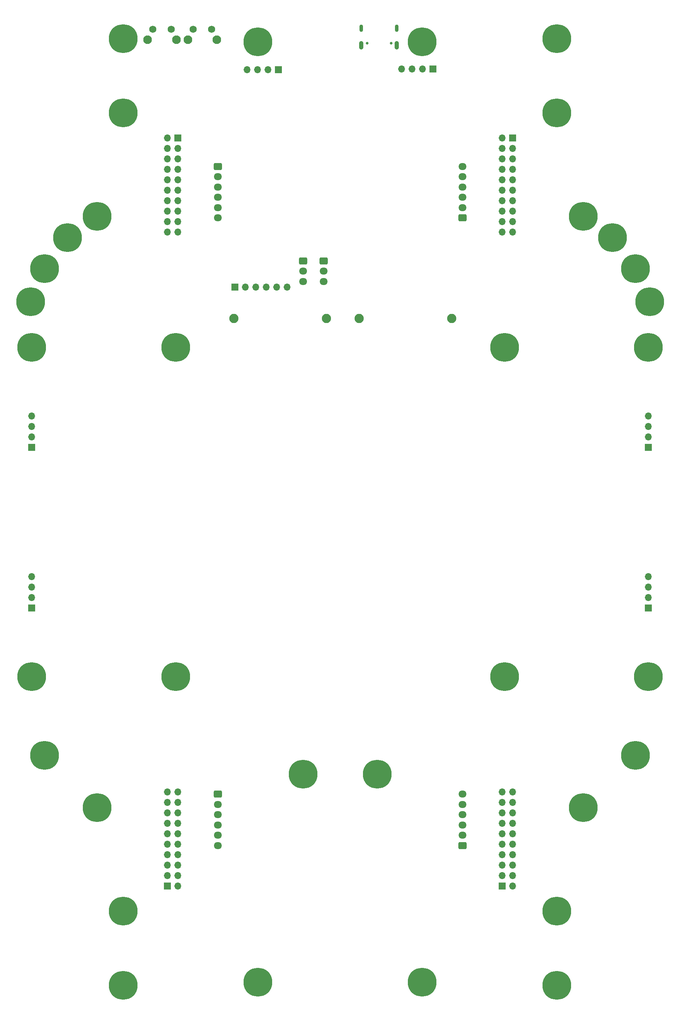
<source format=gbr>
%TF.GenerationSoftware,KiCad,Pcbnew,7.0.10*%
%TF.CreationDate,2024-05-27T11:18:23+02:00*%
%TF.ProjectId,Edurob,45647572-6f62-42e6-9b69-6361645f7063,rev?*%
%TF.SameCoordinates,Original*%
%TF.FileFunction,Soldermask,Top*%
%TF.FilePolarity,Negative*%
%FSLAX46Y46*%
G04 Gerber Fmt 4.6, Leading zero omitted, Abs format (unit mm)*
G04 Created by KiCad (PCBNEW 7.0.10) date 2024-05-27 11:18:23*
%MOMM*%
%LPD*%
G01*
G04 APERTURE LIST*
G04 Aperture macros list*
%AMRoundRect*
0 Rectangle with rounded corners*
0 $1 Rounding radius*
0 $2 $3 $4 $5 $6 $7 $8 $9 X,Y pos of 4 corners*
0 Add a 4 corners polygon primitive as box body*
4,1,4,$2,$3,$4,$5,$6,$7,$8,$9,$2,$3,0*
0 Add four circle primitives for the rounded corners*
1,1,$1+$1,$2,$3*
1,1,$1+$1,$4,$5*
1,1,$1+$1,$6,$7*
1,1,$1+$1,$8,$9*
0 Add four rect primitives between the rounded corners*
20,1,$1+$1,$2,$3,$4,$5,0*
20,1,$1+$1,$4,$5,$6,$7,0*
20,1,$1+$1,$6,$7,$8,$9,0*
20,1,$1+$1,$8,$9,$2,$3,0*%
G04 Aperture macros list end*
%ADD10R,1.700000X1.700000*%
%ADD11O,1.700000X1.700000*%
%ADD12C,7.000000*%
%ADD13RoundRect,0.250000X-0.725000X0.600000X-0.725000X-0.600000X0.725000X-0.600000X0.725000X0.600000X0*%
%ADD14O,1.950000X1.700000*%
%ADD15C,2.100000*%
%ADD16C,1.750000*%
%ADD17C,2.250000*%
%ADD18C,0.650000*%
%ADD19O,1.050000X2.100000*%
%ADD20O,0.900000X1.800000*%
%ADD21RoundRect,0.250000X0.725000X-0.600000X0.725000X0.600000X-0.725000X0.600000X-0.725000X-0.600000X0*%
G04 APERTURE END LIST*
D10*
%TO.C,J6*%
X125000000Y-173300000D03*
D11*
X125000000Y-170760000D03*
X125000000Y-168220000D03*
X125000000Y-165680000D03*
%TD*%
D10*
%TO.C,J11*%
X125000000Y-134300000D03*
D11*
X125000000Y-131760000D03*
X125000000Y-129220000D03*
X125000000Y-126680000D03*
%TD*%
D10*
%TO.C,J16*%
X160540000Y-59140000D03*
D11*
X158000000Y-59140000D03*
X160540000Y-61680000D03*
X158000000Y-61680000D03*
X160540000Y-64220000D03*
X158000000Y-64220000D03*
X160540000Y-66760000D03*
X158000000Y-66760000D03*
X160540000Y-69300000D03*
X158000000Y-69300000D03*
X160540000Y-71840000D03*
X158000000Y-71840000D03*
X160540000Y-74380000D03*
X158000000Y-74380000D03*
X160540000Y-76920000D03*
X158000000Y-76920000D03*
X160540000Y-79460000D03*
X158000000Y-79460000D03*
X160540000Y-82000000D03*
X158000000Y-82000000D03*
%TD*%
D10*
%TO.C,J15*%
X242000000Y-59140000D03*
D11*
X239460000Y-59140000D03*
X242000000Y-61680000D03*
X239460000Y-61680000D03*
X242000000Y-64220000D03*
X239460000Y-64220000D03*
X242000000Y-66760000D03*
X239460000Y-66760000D03*
X242000000Y-69300000D03*
X239460000Y-69300000D03*
X242000000Y-71840000D03*
X239460000Y-71840000D03*
X242000000Y-74380000D03*
X239460000Y-74380000D03*
X242000000Y-76920000D03*
X239460000Y-76920000D03*
X242000000Y-79460000D03*
X239460000Y-79460000D03*
X242000000Y-82000000D03*
X239460000Y-82000000D03*
%TD*%
D10*
%TO.C,J17*%
X158000000Y-240860000D03*
D11*
X160540000Y-240860000D03*
X158000000Y-238320000D03*
X160540000Y-238320000D03*
X158000000Y-235780000D03*
X160540000Y-235780000D03*
X158000000Y-233240000D03*
X160540000Y-233240000D03*
X158000000Y-230700000D03*
X160540000Y-230700000D03*
X158000000Y-228160000D03*
X160540000Y-228160000D03*
X158000000Y-225620000D03*
X160540000Y-225620000D03*
X158000000Y-223080000D03*
X160540000Y-223080000D03*
X158000000Y-220540000D03*
X160540000Y-220540000D03*
X158000000Y-218000000D03*
X160540000Y-218000000D03*
%TD*%
D10*
%TO.C,J18*%
X239460000Y-240860000D03*
D11*
X242000000Y-240860000D03*
X239460000Y-238320000D03*
X242000000Y-238320000D03*
X239460000Y-235780000D03*
X242000000Y-235780000D03*
X239460000Y-233240000D03*
X242000000Y-233240000D03*
X239460000Y-230700000D03*
X242000000Y-230700000D03*
X239460000Y-228160000D03*
X242000000Y-228160000D03*
X239460000Y-225620000D03*
X242000000Y-225620000D03*
X239460000Y-223080000D03*
X242000000Y-223080000D03*
X239460000Y-220540000D03*
X242000000Y-220540000D03*
X239460000Y-218000000D03*
X242000000Y-218000000D03*
%TD*%
D12*
%TO.C,H22*%
X147250000Y-247000000D03*
%TD*%
D13*
%TO.C,J8*%
X170250000Y-66040000D03*
D14*
X170250000Y-68540000D03*
X170250000Y-71040000D03*
X170250000Y-73540000D03*
X170250000Y-76040000D03*
X170250000Y-78540000D03*
%TD*%
D12*
%TO.C,H10*%
X275297577Y-98919229D03*
%TD*%
D15*
%TO.C,SW1*%
X170025000Y-35206240D03*
X163015000Y-35206240D03*
D16*
X168775000Y-32716240D03*
X164275000Y-32716240D03*
%TD*%
D12*
%TO.C,H21*%
X140869165Y-221858757D03*
%TD*%
%TO.C,H40*%
X147250000Y-53000000D03*
%TD*%
D17*
%TO.C,F1*%
X204600000Y-103000000D03*
X227200000Y-103000000D03*
%TD*%
D12*
%TO.C,H38*%
X180000000Y-35750000D03*
%TD*%
%TO.C,H5*%
X252750000Y-35000000D03*
%TD*%
%TO.C,H4*%
X252750000Y-53000000D03*
%TD*%
D13*
%TO.C,J10*%
X196000000Y-89000000D03*
D14*
X196000000Y-91500000D03*
X196000000Y-94000000D03*
%TD*%
D10*
%TO.C,J2*%
X274975000Y-173320000D03*
D11*
X274975000Y-170780000D03*
X274975000Y-168240000D03*
X274975000Y-165700000D03*
%TD*%
D12*
%TO.C,H39*%
X147250000Y-35000000D03*
%TD*%
D10*
%TO.C,J3*%
X274975000Y-134320000D03*
D11*
X274975000Y-131780000D03*
X274975000Y-129240000D03*
X274975000Y-126700000D03*
%TD*%
D12*
%TO.C,H19*%
X160000000Y-110000000D03*
%TD*%
D13*
%TO.C,J12*%
X170250000Y-218576349D03*
D14*
X170250000Y-221076349D03*
X170250000Y-223576349D03*
X170250000Y-226076349D03*
X170250000Y-228576349D03*
X170250000Y-231076349D03*
%TD*%
D12*
%TO.C,H15*%
X275000000Y-190000000D03*
%TD*%
%TO.C,H24*%
X180000000Y-264250000D03*
%TD*%
%TO.C,H3*%
X259130835Y-78141243D03*
%TD*%
%TO.C,H18*%
X209000000Y-213750000D03*
%TD*%
%TO.C,H34*%
X124702423Y-98919229D03*
%TD*%
%TO.C,H33*%
X128141243Y-90869165D03*
%TD*%
%TO.C,H20*%
X160000000Y-190000000D03*
%TD*%
%TO.C,H30*%
X128141243Y-209130835D03*
%TD*%
%TO.C,H8*%
X252750000Y-247000000D03*
%TD*%
%TO.C,H32*%
X133702423Y-83330771D03*
%TD*%
%TO.C,H16*%
X220000000Y-264250000D03*
%TD*%
D10*
%TO.C,J5*%
X185000000Y-42500000D03*
D11*
X182460000Y-42500000D03*
X179920000Y-42500000D03*
X177380000Y-42500000D03*
%TD*%
D12*
%TO.C,H9*%
X252750000Y-265000000D03*
%TD*%
D18*
%TO.C,J4*%
X206607987Y-36094388D03*
X212387987Y-36094388D03*
D19*
X205177987Y-36594388D03*
X213817987Y-36594388D03*
D20*
X205177987Y-32414388D03*
X213817987Y-32414388D03*
%TD*%
D15*
%TO.C,SW2*%
X160150000Y-35206240D03*
X153140000Y-35206240D03*
D16*
X158900000Y-32716240D03*
X154400000Y-32716240D03*
%TD*%
D12*
%TO.C,H7*%
X259130835Y-221858757D03*
%TD*%
%TO.C,H36*%
X220000000Y-35750000D03*
%TD*%
%TO.C,H2*%
X266297577Y-83330771D03*
%TD*%
%TO.C,H11*%
X240000000Y-110000000D03*
%TD*%
D21*
%TO.C,J14*%
X229750000Y-78540000D03*
D14*
X229750000Y-76040000D03*
X229750000Y-73540000D03*
X229750000Y-71040000D03*
X229750000Y-68540000D03*
X229750000Y-66040000D03*
%TD*%
D12*
%TO.C,H6*%
X271858757Y-209130835D03*
%TD*%
%TO.C,H17*%
X191000000Y-213750000D03*
%TD*%
D17*
%TO.C,F2*%
X196720000Y-103000000D03*
X174120000Y-103000000D03*
%TD*%
D10*
%TO.C,J7*%
X174371219Y-95365539D03*
D11*
X176911219Y-95365539D03*
X179451219Y-95365539D03*
X181991219Y-95365539D03*
X184531219Y-95365539D03*
X187071219Y-95365539D03*
%TD*%
D12*
%TO.C,H35*%
X125000000Y-110000000D03*
%TD*%
%TO.C,H29*%
X125000000Y-190000000D03*
%TD*%
D10*
%TO.C,J1*%
X222620000Y-42380000D03*
D11*
X220080000Y-42380000D03*
X217540000Y-42380000D03*
X215000000Y-42380000D03*
%TD*%
D21*
%TO.C,J13*%
X229750000Y-231076349D03*
D14*
X229750000Y-228576349D03*
X229750000Y-226076349D03*
X229750000Y-223576349D03*
X229750000Y-221076349D03*
X229750000Y-218576349D03*
%TD*%
D12*
%TO.C,H41*%
X275000000Y-110000000D03*
%TD*%
%TO.C,H12*%
X240000000Y-190000000D03*
%TD*%
D13*
%TO.C,J9*%
X191000000Y-89000000D03*
D14*
X191000000Y-91500000D03*
X191000000Y-94000000D03*
%TD*%
D12*
%TO.C,H23*%
X147250000Y-265000000D03*
%TD*%
%TO.C,H1*%
X271858757Y-90869165D03*
%TD*%
%TO.C,H31*%
X140869165Y-78141243D03*
%TD*%
M02*

</source>
